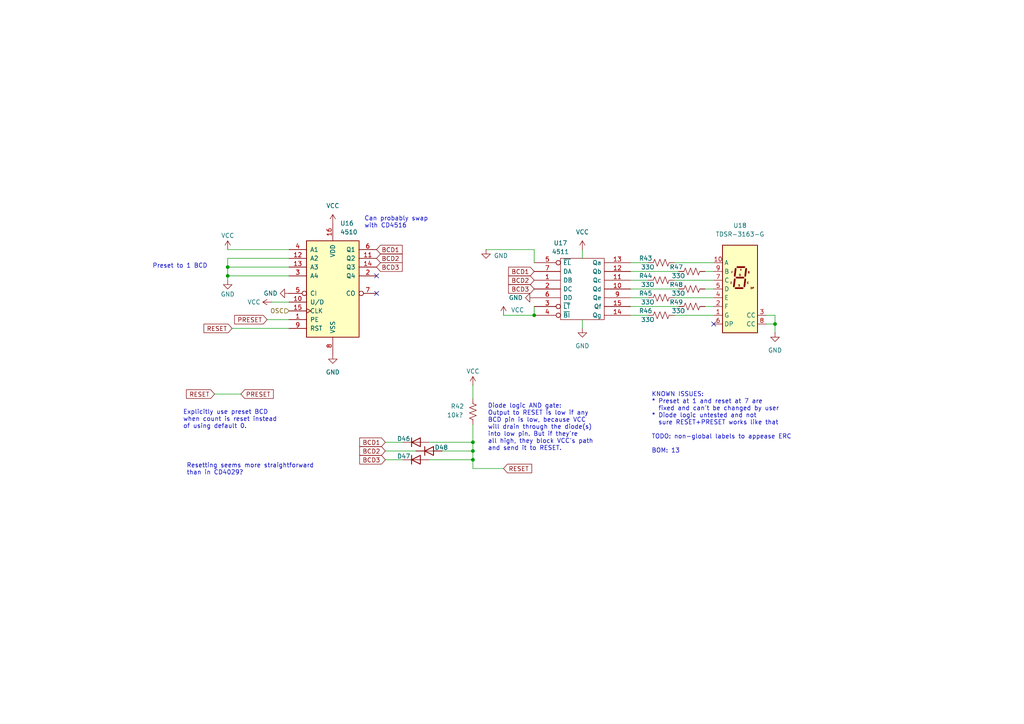
<source format=kicad_sch>
(kicad_sch (version 20250114) (generator "eeschema") (generator_version "9.0")
  (paper "A4")
  (lib_symbols
    (symbol "4xxx:4510" (pin_names (offset 1.016))
      (property "Reference" "U" (at -7.62 13.97 0))
      (property "Value" "4510" (at -7.62 -16.51 0))
      (symbol "4510_1_0"
        (pin input line (at -12.7 10.16 0) (length 5.08) (name "A1") (number "4"))
        (pin input line (at -12.7 7.62 0) (length 5.08) (name "A2") (number "12"))
        (pin input line (at -12.7 5.08 0) (length 5.08) (name "A3") (number "13"))
        (pin input line (at -12.7 2.54 0) (length 5.08) (name "A4") (number "3"))
        (pin input inverted (at -12.7 -2.54 0) (length 5.08) (name "CI") (number "5"))
        (pin input line (at -12.7 -5.08 0) (length 5.08) (name "U/D") (number "10"))
        (pin input clock (at -12.7 -7.62 0) (length 5.08) (name "CLK") (number "15"))
        (pin input line (at -12.7 -10.16 0) (length 5.08) (name "PE") (number "1"))
        (pin input line (at -12.7 -12.7 0) (length 5.08) (name "RST") (number "9"))
        (pin power_in line (at 0 17.78 270) (length 5.08) (name "VDD") (number "16"))
        (pin power_in line (at 0 -20.32 90) (length 5.08) (name "VSS") (number "8"))
        (pin output line (at 12.7 10.16 180) (length 5.08) (name "Q1") (number "6"))
        (pin output line (at 12.7 7.62 180) (length 5.08) (name "Q2") (number "11"))
        (pin output line (at 12.7 5.08 180) (length 5.08) (name "Q3") (number "14"))
        (pin output line (at 12.7 2.54 180) (length 5.08) (name "Q4") (number "2"))
        (pin output inverted (at 12.7 -2.54 180) (length 5.08) (name "CO") (number "7"))
      )
      (symbol "4510_1_1"
        (rectangle (start -7.62 12.7) (end 7.62 -15.24) (stroke (width 0.254)) (fill (type background)))
      )
    )
    (symbol "4xxx_IEEE:4511" (pin_names (offset 0.762))
      (property "Reference" "U" (at 8.89 11.43 0))
      (property "Value" "4511" (at 8.89 -11.43 0))
      (symbol "4511_0_1"
        (rectangle (start -6.35 8.89) (end 6.35 -8.89))
      )
      (symbol "4511_1_1"
        (pin input inverted (at -13.97 7.62 0) (length 7.62) (name "~{EL}") (number "5"))
        (pin input line (at -13.97 5.08 0) (length 7.62) (name "DA") (number "7"))
        (pin input line (at -13.97 2.54 0) (length 7.62) (name "DB") (number "1"))
        (pin input line (at -13.97 0 0) (length 7.62) (name "DC") (number "2"))
        (pin input line (at -13.97 -2.54 0) (length 7.62) (name "DD") (number "6"))
        (pin input inverted (at -13.97 -5.08 0) (length 7.62) (name "~{LT}") (number "3"))
        (pin input inverted (at -13.97 -7.62 0) (length 7.62) (name "~{BI}") (number "4"))
        (pin power_in line (at 0 8.89 270) (length 0) (hide yes) (name "Vdd") (number "16"))
        (pin power_in line (at 0 -8.89 90) (length 0) (hide yes) (name "Vss") (number "8"))
        (pin output line (at 13.97 7.62 180) (length 7.62) (name "Qa") (number "13"))
        (pin output line (at 13.97 5.08 180) (length 7.62) (name "Qb") (number "12"))
        (pin output line (at 13.97 2.54 180) (length 7.62) (name "Qc") (number "11"))
        (pin output line (at 13.97 0 180) (length 7.62) (name "Qd") (number "10"))
        (pin output line (at 13.97 -2.54 180) (length 7.62) (name "Qe") (number "9"))
        (pin output line (at 13.97 -5.08 180) (length 7.62) (name "Qf") (number "15"))
        (pin output line (at 13.97 -7.62 180) (length 7.62) (name "Qg") (number "14"))
      )
    )
    (symbol "Device:R_US" (pin_numbers (hide yes)) (pin_names (offset 0))
      (property "Reference" "R" (at 2.54 0 90))
      (property "Value" "R_US" (at -2.54 0 90))
      (symbol "R_US_0_1"
        (polyline (pts (xy 0 2.286) (xy 0 2.54)))
        (polyline (pts (xy 0 2.286) (xy 1.016 1.905) (xy 0 1.524) (xy -1.016 1.143) (xy 0 0.762)))
        (polyline (pts (xy 0 0.762) (xy 1.016 0.381) (xy 0 0) (xy -1.016 -0.381) (xy 0 -0.762)))
        (polyline (pts (xy 0 -0.762) (xy 1.016 -1.143) (xy 0 -1.524) (xy -1.016 -1.905) (xy 0 -2.286)))
        (polyline (pts (xy 0 -2.286) (xy 0 -2.54)))
      )
      (symbol "R_US_1_1"
        (pin passive line (at 0 3.81 270) (length 1.27) (name "~") (number "1"))
        (pin passive line (at 0 -3.81 90) (length 1.27) (name "~") (number "2"))
      )
    )
    (symbol "Diode:1N4148WT" (pin_numbers (hide yes)) (pin_names (hide yes))
      (property "Reference" "D" (at 0 2.54 0))
      (property "Value" "1N4148WT" (at 0 -2.54 0))
      (symbol "1N4148WT_0_1"
        (polyline (pts (xy -1.27 1.27) (xy -1.27 -1.27)) (stroke (width 0.254)))
        (polyline (pts (xy 1.27 1.27) (xy 1.27 -1.27) (xy -1.27 0) (xy 1.27 1.27)) (stroke (width 0.254)))
        (polyline (pts (xy 1.27 0) (xy -1.27 0)))
      )
      (symbol "1N4148WT_1_1"
        (pin passive line (at -3.81 0 0) (length 2.54) (name "K") (number "1"))
        (pin passive line (at 3.81 0 180) (length 2.54) (name "A") (number "2"))
      )
    )
    (symbol "GND_1" (power) (pin_numbers (hide yes)) (pin_names (offset 0) (hide yes))
      (property "Value" "GND" (at 0 -3.81 0))
      (symbol "GND_1_0_1"
        (polyline (pts (xy 0 0) (xy 0 -1.27) (xy 1.27 -1.27) (xy 0 -2.54) (xy -1.27 -1.27) (xy 0 -1.27)))
      )
      (symbol "GND_1_1_1"
        (pin power_in line (at 0 0 270) (length 0) (name "~") (number "1"))
      )
    )
    (symbol "VCC_1" (power) (pin_numbers (hide yes)) (pin_names (offset 0) (hide yes))
      (property "Value" "VCC" (at 0 3.556 0))
      (symbol "VCC_1_0_1"
        (polyline (pts (xy -0.762 1.27) (xy 0 2.54)))
        (polyline (pts (xy 0 2.54) (xy 0.762 1.27)))
        (polyline (pts (xy 0 0) (xy 0 2.54)))
      )
      (symbol "VCC_1_1_1"
        (pin power_in line (at 0 0 90) (length 0) (name "~") (number "1"))
      )
    )
    (symbol "parts_cafe:TDSR-3163-G"
      (property "Reference" "U" (at 0 0 0))
      (property "Value" "TDSR-3163-G" (at 2.54 -29.21 0))
      (symbol "TDSR-3163-G_0_0"
        (text "E" (at 2.54 -12.192 0) (effects (font (size 0.508 0.508))))
        (text "F" (at 2.794 -9.144 0) (effects (font (size 0.508 0.508))))
        (text "D" (at 4.826 -12.954 0) (effects (font (size 0.508 0.508))))
        (text "G" (at 5.08 -9.906 0) (effects (font (size 0.508 0.508))))
        (text "A" (at 5.334 -8.382 0) (effects (font (size 0.508 0.508))))
        (text "C" (at 7.366 -12.192 0) (effects (font (size 0.508 0.508))))
        (text "B" (at 7.62 -9.144 0) (effects (font (size 0.508 0.508))))
        (text "DP" (at 8.636 -13.716 0) (effects (font (size 0.508 0.508))))
      )
      (symbol "TDSR-3163-G_0_1"
        (rectangle (start 0 -1.27) (end 10.16 -26.67) (stroke (width 0.254)) (fill (type background)))
        (polyline (pts (xy 3.556 -11.176) (xy 3.302 -13.208)) (stroke (width 0.508)))
        (polyline (pts (xy 3.81 -8.128) (xy 3.556 -10.16)) (stroke (width 0.508)))
        (polyline (pts (xy 3.81 -13.716) (xy 5.842 -13.716)) (stroke (width 0.508)))
        (polyline (pts (xy 4.064 -10.668) (xy 6.096 -10.668)) (stroke (width 0.508)))
        (polyline (pts (xy 4.318 -7.62) (xy 6.35 -7.62)) (stroke (width 0.508)))
        (polyline (pts (xy 6.604 -11.176) (xy 6.35 -13.208)) (stroke (width 0.508)))
        (polyline (pts (xy 6.858 -8.128) (xy 6.604 -10.16)) (stroke (width 0.508)))
        (polyline (pts (xy 7.62 -13.716) (xy 7.62 -13.716)) (stroke (width 0.508)))
      )
      (symbol "TDSR-3163-G_1_1"
        (pin input line (at -2.54 -6.35 0) (length 2.54) (name "A") (number "10"))
        (pin input line (at -2.54 -8.89 0) (length 2.54) (name "B") (number "9"))
        (pin input line (at -2.54 -11.43 0) (length 2.54) (name "C") (number "7"))
        (pin input line (at -2.54 -13.97 0) (length 2.54) (name "D") (number "5"))
        (pin input line (at -2.54 -16.51 0) (length 2.54) (name "E") (number "4"))
        (pin input line (at -2.54 -19.05 0) (length 2.54) (name "F") (number "2"))
        (pin input line (at -2.54 -21.59 0) (length 2.54) (name "G") (number "1"))
        (pin input line (at -2.54 -24.13 0) (length 2.54) (name "DP") (number "6"))
        (pin input line (at 12.7 -21.59 180) (length 2.54) (name "CC") (number "3"))
        (pin input line (at 12.7 -24.13 180) (length 2.54) (name "CC") (number "8"))
      )
    )
  )
  (text "Diode logic AND gate:\nOutput to RESET is low if any\nBCD pin is low, because VCC\nwill drain through the diode(s)\ninto low pin. But if they're\nall high, they block VCC's path\nand send it to RESET." (at 141.478 123.952 0) (effects (font (size 1.27 1.27)) (justify left)))
  (text "KNOWN ISSUES:\n* Preset at 1 and reset at 7 are\n  fixed and can't be changed by user\n* Diode logic untested and not\n  sure RESET+PRESET works like that\n\nTODO: non-global labels to appease ERC\n\nBOM: 13" (at 188.976 131.572 0) (effects (font (size 1.27 1.27)) (justify left bottom)))
  (text "Resetting seems more straightforward\nthan in CD4029?" (at 54.102 136.144 0) (effects (font (size 1.27 1.27)) (justify left)))
  (text "Preset to 1 BCD" (at 60.198 77.216 0) (effects (font (size 1.27 1.27)) (justify right)))
  (text "Explicitly use preset BCD\nwhen count is reset instead\nof using default 0." (at 53.086 121.666 0) (effects (font (size 1.27 1.27)) (justify left)))
  (text "Can probably swap\nwith CD4516" (at 105.664 64.516 0) (effects (font (size 1.27 1.27)) (justify left)))
  (junction (at 137.16 133.35))
  (junction (at 137.16 130.81))
  (junction (at 224.79 93.98))
  (junction (at 154.94 91.44))
  (junction (at 66.04 80.01))
  (junction (at 66.04 77.47))
  (junction (at 137.16 128.27))
  (no_connect (at 207.01 93.98))
  (no_connect (at 109.22 80.01))
  (no_connect (at 109.22 85.09))
  (wire (pts (xy 182.88 91.44) (xy 187.96 91.44)))
  (wire (pts (xy 66.04 80.01) (xy 66.04 81.28)))
  (wire (pts (xy 195.58 86.36) (xy 207.01 86.36)))
  (wire (pts (xy 66.04 74.93) (xy 66.04 77.47)))
  (wire (pts (xy 204.47 78.74) (xy 207.01 78.74)))
  (wire (pts (xy 124.46 133.35) (xy 137.16 133.35)))
  (wire (pts (xy 182.88 86.36) (xy 187.96 86.36)))
  (wire (pts (xy 146.05 91.44) (xy 154.94 91.44)))
  (wire (pts (xy 66.04 77.47) (xy 66.04 80.01)))
  (wire (pts (xy 204.47 88.9) (xy 207.01 88.9)))
  (wire (pts (xy 66.04 74.93) (xy 83.82 74.93)))
  (wire (pts (xy 137.16 133.35) (xy 137.16 135.89)))
  (wire (pts (xy 154.94 72.39) (xy 154.94 76.2)))
  (wire (pts (xy 66.04 72.39) (xy 83.82 72.39)))
  (wire (pts (xy 168.91 72.39) (xy 168.91 74.93)))
  (wire (pts (xy 182.88 83.82) (xy 196.85 83.82)))
  (wire (pts (xy 111.76 130.81) (xy 120.65 130.81)))
  (wire (pts (xy 62.23 114.3) (xy 69.85 114.3)))
  (wire (pts (xy 66.04 77.47) (xy 83.82 77.47)))
  (wire (pts (xy 137.16 111.76) (xy 137.16 115.57)))
  (wire (pts (xy 111.76 133.35) (xy 116.84 133.35)))
  (wire (pts (xy 137.16 123.19) (xy 137.16 128.27)))
  (wire (pts (xy 66.04 80.01) (xy 83.82 80.01)))
  (wire (pts (xy 128.27 130.81) (xy 137.16 130.81)))
  (wire (pts (xy 124.46 128.27) (xy 137.16 128.27)))
  (wire (pts (xy 195.58 81.28) (xy 207.01 81.28)))
  (wire (pts (xy 224.79 91.44) (xy 224.79 93.98)))
  (wire (pts (xy 154.94 88.9) (xy 154.94 91.44)))
  (wire (pts (xy 137.16 130.81) (xy 137.16 133.35)))
  (wire (pts (xy 83.82 92.71) (xy 77.47 92.71)))
  (wire (pts (xy 182.88 76.2) (xy 187.96 76.2)))
  (wire (pts (xy 222.25 91.44) (xy 224.79 91.44)))
  (wire (pts (xy 168.91 95.25) (xy 168.91 92.71)))
  (wire (pts (xy 195.58 76.2) (xy 207.01 76.2)))
  (wire (pts (xy 137.16 135.89) (xy 146.05 135.89)))
  (wire (pts (xy 111.76 128.27) (xy 116.84 128.27)))
  (wire (pts (xy 195.58 91.44) (xy 207.01 91.44)))
  (wire (pts (xy 182.88 81.28) (xy 187.96 81.28)))
  (wire (pts (xy 204.47 83.82) (xy 207.01 83.82)))
  (wire (pts (xy 78.74 87.63) (xy 83.82 87.63)))
  (wire (pts (xy 67.31 95.25) (xy 83.82 95.25)))
  (wire (pts (xy 140.97 72.39) (xy 154.94 72.39)))
  (wire (pts (xy 224.79 93.98) (xy 224.79 96.52)))
  (wire (pts (xy 182.88 88.9) (xy 196.85 88.9)))
  (wire (pts (xy 137.16 128.27) (xy 137.16 130.81)))
  (wire (pts (xy 222.25 93.98) (xy 224.79 93.98)))
  (wire (pts (xy 182.88 78.74) (xy 196.85 78.74)))
  (global_label "BCD2" (shape input) (at 154.94 81.28 180) (property "Intersheetrefs" "${INTERSHEET_REFS}" (effects (hide yes))))
  (global_label "BCD2" (shape input) (at 111.76 130.81 180) (property "Intersheetrefs" "${INTERSHEET_REFS}" (effects (hide yes))))
  (global_label "BCD3" (shape input) (at 154.94 83.82 180) (property "Intersheetrefs" "${INTERSHEET_REFS}" (effects (hide yes))))
  (global_label "PRESET" (shape input) (at 77.47 92.71 180) (property "Intersheetrefs" "${INTERSHEET_REFS}" (effects (hide yes))))
  (global_label "BCD2" (shape input) (at 109.22 74.93 0) (property "Intersheetrefs" "${INTERSHEET_REFS}" (effects (hide yes))))
  (global_label "BCD1" (shape input) (at 154.94 78.74 180) (property "Intersheetrefs" "${INTERSHEET_REFS}" (effects (hide yes))))
  (global_label "RESET" (shape input) (at 146.05 135.89 0) (property "Intersheetrefs" "${INTERSHEET_REFS}" (effects (hide yes))))
  (global_label "BCD3" (shape input) (at 111.76 133.35 180) (property "Intersheetrefs" "${INTERSHEET_REFS}" (effects (hide yes))))
  (global_label "RESET" (shape input) (at 62.23 114.3 180) (property "Intersheetrefs" "${INTERSHEET_REFS}" (effects (hide yes))))
  (global_label "RESET" (shape input) (at 67.31 95.25 180) (property "Intersheetrefs" "${INTERSHEET_REFS}" (effects (hide yes))))
  (global_label "BCD1" (shape input) (at 109.22 72.39 0) (property "Intersheetrefs" "${INTERSHEET_REFS}" (effects (hide yes))))
  (global_label "PRESET" (shape input) (at 69.85 114.3 0) (property "Intersheetrefs" "${INTERSHEET_REFS}" (effects (hide yes))))
  (global_label "BCD1" (shape input) (at 111.76 128.27 180) (property "Intersheetrefs" "${INTERSHEET_REFS}" (effects (hide yes))))
  (global_label "BCD3" (shape input) (at 109.22 77.47 0) (property "Intersheetrefs" "${INTERSHEET_REFS}" (effects (hide yes))))
  (hierarchical_label "OSC" (shape input) (at 83.82 90.17 180))
  (symbol (lib_name "GND_1") (lib_id "power:GND") (at 83.82 85.09 270) (unit 1)
    (property "Reference" "#PWR055" (effects (hide yes)))
    (property "Value" "GND" (at 80.518 85.09 90) (effects (justify right)))
    (property "Description" "Power symbol creates a global label with name \"GND\" , ground" (effects (hide yes)))
  )
  (symbol (lib_id "Diode:1N4148WT") (at 124.46 130.81 0) (unit 1)
    (property "Reference" "D48" (at 128.016 129.794 0))
    (property "Value" "1N4148WT" (effects (hide yes)))
    (property "Footprint" "Diode_SMD:D_SOD-523" (effects (hide yes)))
    (property "Datasheet" "https://www.diodes.com/assets/Datasheets/ds30396.pdf" (effects (hide yes)))
    (property "Description" "75V 0.15A Fast switching Diode, SOD-523" (effects (hide yes)))
    (property "Sim.Device" "D" (effects (hide yes)))
    (property "Sim.Pins" "1=K 2=A" (effects (hide yes)))
  )
  (symbol (lib_name "VCC_1") (lib_id "power:VCC") (at 137.16 111.76 0) (unit 1)
    (property "Reference" "#PWR058" (effects (hide yes)))
    (property "Value" "VCC" (at 137.16 107.696 0))
    (property "Description" "Power symbol creates a global label with name \"VCC\"" (effects (hide yes)))
  )
  (symbol (lib_name "GND_1") (lib_id "power:GND") (at 224.79 96.52 0) (unit 1)
    (property "Reference" "#PWR063" (effects (hide yes)))
    (property "Value" "GND" (at 224.79 101.6 0))
    (property "Description" "Power symbol creates a global label with name \"GND\" , ground" (effects (hide yes)))
  )
  (symbol (lib_name "GND_1") (lib_id "power:GND") (at 154.94 86.36 270) (unit 1)
    (property "Reference" "#PWR064" (effects (hide yes)))
    (property "Value" "GND" (at 151.638 86.36 90) (effects (justify right)))
    (property "Description" "Power symbol creates a global label with name \"GND\" , ground" (effects (hide yes)))
  )
  (symbol (lib_name "VCC_1") (lib_id "power:VCC") (at 66.04 72.39 0) (unit 1)
    (property "Reference" "#PWR052" (effects (hide yes)))
    (property "Value" "VCC" (at 66.04 68.326 0))
    (property "Description" "Power symbol creates a global label with name \"VCC\"" (effects (hide yes)))
  )
  (symbol (lib_id "Device:R_US") (at 200.66 83.82 90) (unit 1)
    (property "Reference" "R48" (at 198.12 82.55 90) (effects (justify left)))
    (property "Value" "33O" (at 198.755 85.09 90) (effects (justify left)))
    (property "Footprint" "Resistor_THT:R_Axial_DIN0204_L3.6mm_D1.6mm_P7.62mm_Horizontal" (effects (hide yes)))
  )
  (symbol (lib_id "Diode:1N4148WT") (at 120.65 128.27 0) (unit 1)
    (property "Reference" "D46" (at 117.094 127.254 0))
    (property "Value" "1N4148WT" (effects (hide yes)))
    (property "Footprint" "Diode_SMD:D_SOD-523" (effects (hide yes)))
    (property "Datasheet" "https://www.diodes.com/assets/Datasheets/ds30396.pdf" (effects (hide yes)))
    (property "Description" "75V 0.15A Fast switching Diode, SOD-523" (effects (hide yes)))
    (property "Sim.Device" "D" (effects (hide yes)))
    (property "Sim.Pins" "1=K 2=A" (effects (hide yes)))
  )
  (symbol (lib_name "VCC_1") (lib_id "power:VCC") (at 96.52 64.77 0) (unit 1)
    (property "Reference" "#PWR056" (effects (hide yes)))
    (property "Value" "VCC" (at 96.52 59.69 0))
    (property "Description" "Power symbol creates a global label with name \"VCC\"" (effects (hide yes)))
  )
  (symbol (lib_name "GND_1") (lib_id "power:GND") (at 66.04 81.28 0) (unit 1)
    (property "Reference" "#PWR053" (effects (hide yes)))
    (property "Value" "GND" (at 66.04 85.344 0))
    (property "Description" "Power symbol creates a global label with name \"GND\" , ground" (effects (hide yes)))
  )
  (symbol (lib_id "parts_cafe:TDSR-3163-G") (at 209.55 69.85 0) (unit 1)
    (property "Reference" "U18" (at 214.63 65.405 0))
    (property "Value" "TDSR-3163-G" (at 214.63 67.945 0))
  )
  (symbol (lib_id "Device:R_US") (at 191.77 81.28 90) (unit 1)
    (property "Reference" "R44" (at 189.23 80.01 90) (effects (justify left)))
    (property "Value" "33O" (at 189.865 82.55 90) (effects (justify left)))
    (property "Footprint" "Resistor_THT:R_Axial_DIN0204_L3.6mm_D1.6mm_P7.62mm_Horizontal" (effects (hide yes)))
  )
  (symbol (lib_id "4xxx:4510") (at 96.52 82.55 0) (unit 1)
    (property "Reference" "U16" (at 98.6633 64.77 0) (effects (justify left)))
    (property "Value" "4510" (at 98.6633 67.31 0) (effects (justify left)))
    (property "Datasheet" "http://pdf.datasheetcatalog.com/datasheets/150/109581_DS.pdf" (effects (hide yes)))
    (property "Description" "4 bits programmable counter" (effects (hide yes)))
  )
  (symbol (lib_name "GND_1") (lib_id "power:GND") (at 168.91 95.25 0) (unit 1)
    (property "Reference" "#PWR062" (effects (hide yes)))
    (property "Value" "GND" (at 168.91 100.33 0))
    (property "Description" "Power symbol creates a global label with name \"GND\" , ground" (effects (hide yes)))
  )
  (symbol (lib_id "Diode:1N4148WT") (at 120.65 133.35 0) (unit 1)
    (property "Reference" "D47" (at 117.094 132.334 0))
    (property "Value" "1N4148WT" (effects (hide yes)))
    (property "Footprint" "Diode_SMD:D_SOD-523" (effects (hide yes)))
    (property "Datasheet" "https://www.diodes.com/assets/Datasheets/ds30396.pdf" (effects (hide yes)))
    (property "Description" "75V 0.15A Fast switching Diode, SOD-523" (effects (hide yes)))
    (property "Sim.Device" "D" (effects (hide yes)))
    (property "Sim.Pins" "1=K 2=A" (effects (hide yes)))
  )
  (symbol (lib_id "Device:R_US") (at 137.16 119.38 180) (unit 1)
    (property "Reference" "R42" (at 134.62 117.856 0) (effects (justify left)))
    (property "Value" "10k?" (at 134.366 120.396 0) (effects (justify left)))
    (property "Footprint" "Resistor_THT:R_Axial_DIN0204_L3.6mm_D1.6mm_P7.62mm_Horizontal" (effects (hide yes)))
  )
  (symbol (lib_name "VCC_1") (lib_id "power:VCC") (at 78.74 87.63 90) (mirror x) (unit 1)
    (property "Reference" "#PWR054" (effects (hide yes)))
    (property "Value" "VCC" (at 73.66 87.63 90))
    (property "Description" "Power symbol creates a global label with name \"VCC\"" (effects (hide yes)))
  )
  (symbol (lib_name "GND_1") (lib_id "power:GND") (at 96.52 102.87 0) (unit 1)
    (property "Reference" "#PWR057" (effects (hide yes)))
    (property "Value" "GND" (at 96.52 107.95 0))
    (property "Description" "Power symbol creates a global label with name \"GND\" , ground" (effects (hide yes)))
  )
  (symbol (lib_name "VCC_1") (lib_id "power:VCC") (at 146.05 91.44 0) (unit 1)
    (property "Reference" "#PWR060" (effects (hide yes)))
    (property "Value" "VCC" (at 150.114 89.916 0))
    (property "Description" "Power symbol creates a global label with name \"VCC\"" (effects (hide yes)))
  )
  (symbol (lib_id "4xxx_IEEE:4511") (at 168.91 83.82 0) (unit 1)
    (property "Reference" "U17" (at 162.56 70.485 0))
    (property "Value" "4511" (at 162.56 73.025 0))
  )
  (symbol (lib_id "Device:R_US") (at 191.77 86.36 90) (unit 1)
    (property "Reference" "R45" (at 189.23 85.09 90) (effects (justify left)))
    (property "Value" "33O" (at 189.865 87.63 90) (effects (justify left)))
    (property "Footprint" "Resistor_THT:R_Axial_DIN0204_L3.6mm_D1.6mm_P7.62mm_Horizontal" (effects (hide yes)))
  )
  (symbol (lib_id "Device:R_US") (at 191.77 76.2 90) (unit 1)
    (property "Reference" "R43" (at 189.23 74.93 90) (effects (justify left)))
    (property "Value" "33O" (at 189.865 77.47 90) (effects (justify left)))
    (property "Footprint" "Resistor_THT:R_Axial_DIN0204_L3.6mm_D1.6mm_P7.62mm_Horizontal" (effects (hide yes)))
  )
  (symbol (lib_id "Device:R_US") (at 200.66 78.74 90) (unit 1)
    (property "Reference" "R47" (at 198.12 77.47 90) (effects (justify left)))
    (property "Value" "33O" (at 198.755 80.01 90) (effects (justify left)))
    (property "Footprint" "Resistor_THT:R_Axial_DIN0204_L3.6mm_D1.6mm_P7.62mm_Horizontal" (effects (hide yes)))
  )
  (symbol (lib_name "GND_1") (lib_id "power:GND") (at 140.97 72.39 0) (unit 1)
    (property "Reference" "#PWR059" (effects (hide yes)))
    (property "Value" "GND" (at 145.288 74.168 0))
    (property "Description" "Power symbol creates a global label with name \"GND\" , ground" (effects (hide yes)))
  )
  (symbol (lib_name "VCC_1") (lib_id "power:VCC") (at 168.91 72.39 0) (unit 1)
    (property "Reference" "#PWR061" (effects (hide yes)))
    (property "Value" "VCC" (at 168.91 67.31 0))
    (property "Description" "Power symbol creates a global label with name \"VCC\"" (effects (hide yes)))
  )
  (symbol (lib_id "Device:R_US") (at 191.77 91.44 90) (unit 1)
    (property "Reference" "R46" (at 189.23 90.17 90) (effects (justify left)))
    (property "Value" "33O" (at 189.865 92.71 90) (effects (justify left)))
    (property "Footprint" "Resistor_THT:R_Axial_DIN0204_L3.6mm_D1.6mm_P7.62mm_Horizontal" (effects (hide yes)))
  )
  (symbol (lib_id "Device:R_US") (at 200.66 88.9 90) (unit 1)
    (property "Reference" "R49" (at 198.12 87.63 90) (effects (justify left)))
    (property "Value" "33O" (at 198.755 90.17 90) (effects (justify left)))
    (property "Footprint" "Resistor_THT:R_Axial_DIN0204_L3.6mm_D1.6mm_P7.62mm_Horizontal" (effects (hide yes)))
  )
)
</source>
